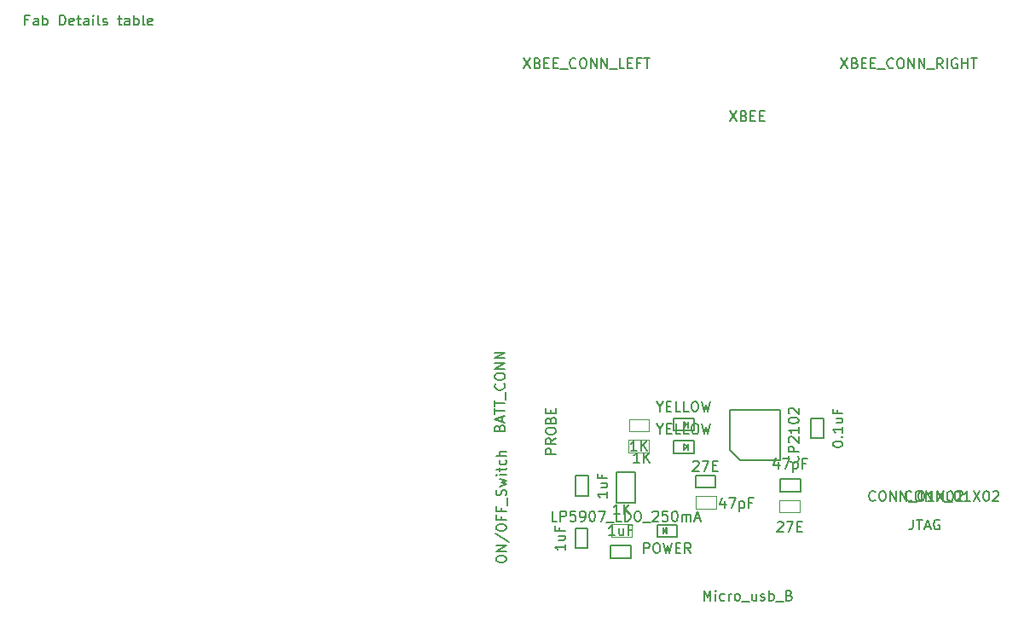
<source format=gbr>
G04 #@! TF.FileFunction,Other,Fab,Top*
%FSLAX46Y46*%
G04 Gerber Fmt 4.6, Leading zero omitted, Abs format (unit mm)*
G04 Created by KiCad (PCBNEW 4.0.4-stable) date 12/30/16 15:58:51*
%MOMM*%
%LPD*%
G01*
G04 APERTURE LIST*
%ADD10C,0.100000*%
%ADD11C,0.150000*%
G04 APERTURE END LIST*
D10*
D11*
X137800000Y-112450000D02*
X136000000Y-112450000D01*
X136000000Y-112450000D02*
X136000000Y-115550000D01*
X137800000Y-115550000D02*
X136000000Y-115550000D01*
X137800000Y-112450000D02*
X137800000Y-115550000D01*
X137400000Y-119775000D02*
X137400000Y-121025000D01*
X135400000Y-119775000D02*
X137400000Y-119775000D01*
X135400000Y-121025000D02*
X135400000Y-119775000D01*
X137400000Y-121025000D02*
X135400000Y-121025000D01*
X131885000Y-118050000D02*
X133135000Y-118050000D01*
X131885000Y-120050000D02*
X131885000Y-118050000D01*
X133135000Y-120050000D02*
X131885000Y-120050000D01*
X133135000Y-118050000D02*
X133135000Y-120050000D01*
X156525000Y-109100000D02*
X155275000Y-109100000D01*
X156525000Y-107100000D02*
X156525000Y-109100000D01*
X155275000Y-107100000D02*
X156525000Y-107100000D01*
X155275000Y-109100000D02*
X155275000Y-107100000D01*
X133155000Y-114830000D02*
X131905000Y-114830000D01*
X133155000Y-112830000D02*
X133155000Y-114830000D01*
X131905000Y-112830000D02*
X133155000Y-112830000D01*
X131905000Y-114830000D02*
X131905000Y-112830000D01*
X143070000Y-110270000D02*
X143070000Y-109670000D01*
X142970000Y-109970000D02*
X142670000Y-110270000D01*
X142670000Y-109670000D02*
X142970000Y-109970000D01*
X142670000Y-110270000D02*
X142670000Y-109670000D01*
X141670000Y-110570000D02*
X143670000Y-110570000D01*
X141670000Y-109370000D02*
X141670000Y-110570000D01*
X143670000Y-109370000D02*
X141670000Y-109370000D01*
X143670000Y-110570000D02*
X143670000Y-109370000D01*
X143050000Y-108060000D02*
X143050000Y-107460000D01*
X142950000Y-107760000D02*
X142650000Y-108060000D01*
X142650000Y-107460000D02*
X142950000Y-107760000D01*
X142650000Y-108060000D02*
X142650000Y-107460000D01*
X141650000Y-108360000D02*
X143650000Y-108360000D01*
X141650000Y-107160000D02*
X141650000Y-108360000D01*
X143650000Y-107160000D02*
X141650000Y-107160000D01*
X143650000Y-108360000D02*
X143650000Y-107160000D01*
X140600000Y-118000000D02*
X140600000Y-118600000D01*
X140700000Y-118300000D02*
X141000000Y-118000000D01*
X141000000Y-118600000D02*
X140700000Y-118300000D01*
X141000000Y-118000000D02*
X141000000Y-118600000D01*
X142000000Y-117700000D02*
X140000000Y-117700000D01*
X142000000Y-118900000D02*
X142000000Y-117700000D01*
X140000000Y-118900000D02*
X142000000Y-118900000D01*
X140000000Y-117700000D02*
X140000000Y-118900000D01*
D10*
X137202329Y-110542869D02*
X137202329Y-109292869D01*
X139202329Y-110542869D02*
X137202329Y-110542869D01*
X139202329Y-109292869D02*
X139202329Y-110542869D01*
X137202329Y-109292869D02*
X139202329Y-109292869D01*
X137212329Y-108432869D02*
X137212329Y-107182869D01*
X139212329Y-108432869D02*
X137212329Y-108432869D01*
X139212329Y-107182869D02*
X139212329Y-108432869D01*
X137212329Y-107182869D02*
X139212329Y-107182869D01*
X137500000Y-117675000D02*
X137500000Y-118925000D01*
X135500000Y-117675000D02*
X137500000Y-117675000D01*
X135500000Y-118925000D02*
X135500000Y-117675000D01*
X137500000Y-118925000D02*
X135500000Y-118925000D01*
D11*
X154230000Y-113145000D02*
X154230000Y-114395000D01*
X152230000Y-113145000D02*
X154230000Y-113145000D01*
X152230000Y-114395000D02*
X152230000Y-113145000D01*
X154230000Y-114395000D02*
X152230000Y-114395000D01*
X143813432Y-114035654D02*
X143813432Y-112785654D01*
X145813432Y-114035654D02*
X143813432Y-114035654D01*
X145813432Y-112785654D02*
X145813432Y-114035654D01*
X143813432Y-112785654D02*
X145813432Y-112785654D01*
D10*
X152180000Y-116475000D02*
X152180000Y-115225000D01*
X154180000Y-116475000D02*
X152180000Y-116475000D01*
X154180000Y-115225000D02*
X154180000Y-116475000D01*
X152180000Y-115225000D02*
X154180000Y-115225000D01*
X145893432Y-114875654D02*
X145893432Y-116125654D01*
X143893432Y-114875654D02*
X145893432Y-114875654D01*
X143893432Y-116125654D02*
X143893432Y-114875654D01*
X145893432Y-116125654D02*
X143893432Y-116125654D01*
D11*
X147240000Y-110310000D02*
X147240000Y-106310000D01*
X147240000Y-106310000D02*
X152240000Y-106310000D01*
X152240000Y-106310000D02*
X152240000Y-111310000D01*
X152240000Y-111310000D02*
X148240000Y-111310000D01*
X148240000Y-111310000D02*
X147240000Y-110310000D01*
X124032381Y-121209524D02*
X124032381Y-121019047D01*
X124080000Y-120923809D01*
X124175238Y-120828571D01*
X124365714Y-120780952D01*
X124699048Y-120780952D01*
X124889524Y-120828571D01*
X124984762Y-120923809D01*
X125032381Y-121019047D01*
X125032381Y-121209524D01*
X124984762Y-121304762D01*
X124889524Y-121400000D01*
X124699048Y-121447619D01*
X124365714Y-121447619D01*
X124175238Y-121400000D01*
X124080000Y-121304762D01*
X124032381Y-121209524D01*
X125032381Y-120352381D02*
X124032381Y-120352381D01*
X125032381Y-119780952D01*
X124032381Y-119780952D01*
X123984762Y-118590476D02*
X125270476Y-119447619D01*
X124032381Y-118066667D02*
X124032381Y-117876190D01*
X124080000Y-117780952D01*
X124175238Y-117685714D01*
X124365714Y-117638095D01*
X124699048Y-117638095D01*
X124889524Y-117685714D01*
X124984762Y-117780952D01*
X125032381Y-117876190D01*
X125032381Y-118066667D01*
X124984762Y-118161905D01*
X124889524Y-118257143D01*
X124699048Y-118304762D01*
X124365714Y-118304762D01*
X124175238Y-118257143D01*
X124080000Y-118161905D01*
X124032381Y-118066667D01*
X124508571Y-116876190D02*
X124508571Y-117209524D01*
X125032381Y-117209524D02*
X124032381Y-117209524D01*
X124032381Y-116733333D01*
X124508571Y-116019047D02*
X124508571Y-116352381D01*
X125032381Y-116352381D02*
X124032381Y-116352381D01*
X124032381Y-115876190D01*
X125127619Y-115733333D02*
X125127619Y-114971428D01*
X124984762Y-114780952D02*
X125032381Y-114638095D01*
X125032381Y-114399999D01*
X124984762Y-114304761D01*
X124937143Y-114257142D01*
X124841905Y-114209523D01*
X124746667Y-114209523D01*
X124651429Y-114257142D01*
X124603810Y-114304761D01*
X124556190Y-114399999D01*
X124508571Y-114590476D01*
X124460952Y-114685714D01*
X124413333Y-114733333D01*
X124318095Y-114780952D01*
X124222857Y-114780952D01*
X124127619Y-114733333D01*
X124080000Y-114685714D01*
X124032381Y-114590476D01*
X124032381Y-114352380D01*
X124080000Y-114209523D01*
X124365714Y-113876190D02*
X125032381Y-113685714D01*
X124556190Y-113495237D01*
X125032381Y-113304761D01*
X124365714Y-113114285D01*
X125032381Y-112733333D02*
X124365714Y-112733333D01*
X124032381Y-112733333D02*
X124080000Y-112780952D01*
X124127619Y-112733333D01*
X124080000Y-112685714D01*
X124032381Y-112733333D01*
X124127619Y-112733333D01*
X124365714Y-112400000D02*
X124365714Y-112019048D01*
X124032381Y-112257143D02*
X124889524Y-112257143D01*
X124984762Y-112209524D01*
X125032381Y-112114286D01*
X125032381Y-112019048D01*
X124984762Y-111257142D02*
X125032381Y-111352380D01*
X125032381Y-111542857D01*
X124984762Y-111638095D01*
X124937143Y-111685714D01*
X124841905Y-111733333D01*
X124556190Y-111733333D01*
X124460952Y-111685714D01*
X124413333Y-111638095D01*
X124365714Y-111542857D01*
X124365714Y-111352380D01*
X124413333Y-111257142D01*
X125032381Y-110828571D02*
X124032381Y-110828571D01*
X125032381Y-110399999D02*
X124508571Y-110399999D01*
X124413333Y-110447618D01*
X124365714Y-110542856D01*
X124365714Y-110685714D01*
X124413333Y-110780952D01*
X124460952Y-110828571D01*
X130090476Y-117352381D02*
X129614285Y-117352381D01*
X129614285Y-116352381D01*
X130423809Y-117352381D02*
X130423809Y-116352381D01*
X130804762Y-116352381D01*
X130900000Y-116400000D01*
X130947619Y-116447619D01*
X130995238Y-116542857D01*
X130995238Y-116685714D01*
X130947619Y-116780952D01*
X130900000Y-116828571D01*
X130804762Y-116876190D01*
X130423809Y-116876190D01*
X131900000Y-116352381D02*
X131423809Y-116352381D01*
X131376190Y-116828571D01*
X131423809Y-116780952D01*
X131519047Y-116733333D01*
X131757143Y-116733333D01*
X131852381Y-116780952D01*
X131900000Y-116828571D01*
X131947619Y-116923810D01*
X131947619Y-117161905D01*
X131900000Y-117257143D01*
X131852381Y-117304762D01*
X131757143Y-117352381D01*
X131519047Y-117352381D01*
X131423809Y-117304762D01*
X131376190Y-117257143D01*
X132423809Y-117352381D02*
X132614285Y-117352381D01*
X132709524Y-117304762D01*
X132757143Y-117257143D01*
X132852381Y-117114286D01*
X132900000Y-116923810D01*
X132900000Y-116542857D01*
X132852381Y-116447619D01*
X132804762Y-116400000D01*
X132709524Y-116352381D01*
X132519047Y-116352381D01*
X132423809Y-116400000D01*
X132376190Y-116447619D01*
X132328571Y-116542857D01*
X132328571Y-116780952D01*
X132376190Y-116876190D01*
X132423809Y-116923810D01*
X132519047Y-116971429D01*
X132709524Y-116971429D01*
X132804762Y-116923810D01*
X132852381Y-116876190D01*
X132900000Y-116780952D01*
X133519047Y-116352381D02*
X133614286Y-116352381D01*
X133709524Y-116400000D01*
X133757143Y-116447619D01*
X133804762Y-116542857D01*
X133852381Y-116733333D01*
X133852381Y-116971429D01*
X133804762Y-117161905D01*
X133757143Y-117257143D01*
X133709524Y-117304762D01*
X133614286Y-117352381D01*
X133519047Y-117352381D01*
X133423809Y-117304762D01*
X133376190Y-117257143D01*
X133328571Y-117161905D01*
X133280952Y-116971429D01*
X133280952Y-116733333D01*
X133328571Y-116542857D01*
X133376190Y-116447619D01*
X133423809Y-116400000D01*
X133519047Y-116352381D01*
X134185714Y-116352381D02*
X134852381Y-116352381D01*
X134423809Y-117352381D01*
X134995238Y-117447619D02*
X135757143Y-117447619D01*
X136471429Y-117352381D02*
X135995238Y-117352381D01*
X135995238Y-116352381D01*
X136804762Y-117352381D02*
X136804762Y-116352381D01*
X137042857Y-116352381D01*
X137185715Y-116400000D01*
X137280953Y-116495238D01*
X137328572Y-116590476D01*
X137376191Y-116780952D01*
X137376191Y-116923810D01*
X137328572Y-117114286D01*
X137280953Y-117209524D01*
X137185715Y-117304762D01*
X137042857Y-117352381D01*
X136804762Y-117352381D01*
X137995238Y-116352381D02*
X138185715Y-116352381D01*
X138280953Y-116400000D01*
X138376191Y-116495238D01*
X138423810Y-116685714D01*
X138423810Y-117019048D01*
X138376191Y-117209524D01*
X138280953Y-117304762D01*
X138185715Y-117352381D01*
X137995238Y-117352381D01*
X137900000Y-117304762D01*
X137804762Y-117209524D01*
X137757143Y-117019048D01*
X137757143Y-116685714D01*
X137804762Y-116495238D01*
X137900000Y-116400000D01*
X137995238Y-116352381D01*
X138614286Y-117447619D02*
X139376191Y-117447619D01*
X139566667Y-116447619D02*
X139614286Y-116400000D01*
X139709524Y-116352381D01*
X139947620Y-116352381D01*
X140042858Y-116400000D01*
X140090477Y-116447619D01*
X140138096Y-116542857D01*
X140138096Y-116638095D01*
X140090477Y-116780952D01*
X139519048Y-117352381D01*
X140138096Y-117352381D01*
X141042858Y-116352381D02*
X140566667Y-116352381D01*
X140519048Y-116828571D01*
X140566667Y-116780952D01*
X140661905Y-116733333D01*
X140900001Y-116733333D01*
X140995239Y-116780952D01*
X141042858Y-116828571D01*
X141090477Y-116923810D01*
X141090477Y-117161905D01*
X141042858Y-117257143D01*
X140995239Y-117304762D01*
X140900001Y-117352381D01*
X140661905Y-117352381D01*
X140566667Y-117304762D01*
X140519048Y-117257143D01*
X141709524Y-116352381D02*
X141804763Y-116352381D01*
X141900001Y-116400000D01*
X141947620Y-116447619D01*
X141995239Y-116542857D01*
X142042858Y-116733333D01*
X142042858Y-116971429D01*
X141995239Y-117161905D01*
X141947620Y-117257143D01*
X141900001Y-117304762D01*
X141804763Y-117352381D01*
X141709524Y-117352381D01*
X141614286Y-117304762D01*
X141566667Y-117257143D01*
X141519048Y-117161905D01*
X141471429Y-116971429D01*
X141471429Y-116733333D01*
X141519048Y-116542857D01*
X141566667Y-116447619D01*
X141614286Y-116400000D01*
X141709524Y-116352381D01*
X142471429Y-117352381D02*
X142471429Y-116685714D01*
X142471429Y-116780952D02*
X142519048Y-116733333D01*
X142614286Y-116685714D01*
X142757144Y-116685714D01*
X142852382Y-116733333D01*
X142900001Y-116828571D01*
X142900001Y-117352381D01*
X142900001Y-116828571D02*
X142947620Y-116733333D01*
X143042858Y-116685714D01*
X143185715Y-116685714D01*
X143280953Y-116733333D01*
X143328572Y-116828571D01*
X143328572Y-117352381D01*
X143757143Y-117066667D02*
X144233334Y-117066667D01*
X143661905Y-117352381D02*
X143995238Y-116352381D01*
X144328572Y-117352381D01*
X135804762Y-118752381D02*
X135233333Y-118752381D01*
X135519047Y-118752381D02*
X135519047Y-117752381D01*
X135423809Y-117895238D01*
X135328571Y-117990476D01*
X135233333Y-118038095D01*
X136661905Y-118085714D02*
X136661905Y-118752381D01*
X136233333Y-118085714D02*
X136233333Y-118609524D01*
X136280952Y-118704762D01*
X136376190Y-118752381D01*
X136519048Y-118752381D01*
X136614286Y-118704762D01*
X136661905Y-118657143D01*
X137471429Y-118228571D02*
X137138095Y-118228571D01*
X137138095Y-118752381D02*
X137138095Y-117752381D01*
X137614286Y-117752381D01*
X147261905Y-76612381D02*
X147928572Y-77612381D01*
X147928572Y-76612381D02*
X147261905Y-77612381D01*
X148642858Y-77088571D02*
X148785715Y-77136190D01*
X148833334Y-77183810D01*
X148880953Y-77279048D01*
X148880953Y-77421905D01*
X148833334Y-77517143D01*
X148785715Y-77564762D01*
X148690477Y-77612381D01*
X148309524Y-77612381D01*
X148309524Y-76612381D01*
X148642858Y-76612381D01*
X148738096Y-76660000D01*
X148785715Y-76707619D01*
X148833334Y-76802857D01*
X148833334Y-76898095D01*
X148785715Y-76993333D01*
X148738096Y-77040952D01*
X148642858Y-77088571D01*
X148309524Y-77088571D01*
X149309524Y-77088571D02*
X149642858Y-77088571D01*
X149785715Y-77612381D02*
X149309524Y-77612381D01*
X149309524Y-76612381D01*
X149785715Y-76612381D01*
X150214286Y-77088571D02*
X150547620Y-77088571D01*
X150690477Y-77612381D02*
X150214286Y-77612381D01*
X150214286Y-76612381D01*
X150690477Y-76612381D01*
X130862381Y-119645238D02*
X130862381Y-120216667D01*
X130862381Y-119930953D02*
X129862381Y-119930953D01*
X130005238Y-120026191D01*
X130100476Y-120121429D01*
X130148095Y-120216667D01*
X130195714Y-118788095D02*
X130862381Y-118788095D01*
X130195714Y-119216667D02*
X130719524Y-119216667D01*
X130814762Y-119169048D01*
X130862381Y-119073810D01*
X130862381Y-118930952D01*
X130814762Y-118835714D01*
X130767143Y-118788095D01*
X130338571Y-117978571D02*
X130338571Y-118311905D01*
X130862381Y-118311905D02*
X129862381Y-118311905D01*
X129862381Y-117835714D01*
X144666666Y-125234921D02*
X144666666Y-124234921D01*
X145000000Y-124949207D01*
X145333333Y-124234921D01*
X145333333Y-125234921D01*
X145809523Y-125234921D02*
X145809523Y-124568254D01*
X145809523Y-124234921D02*
X145761904Y-124282540D01*
X145809523Y-124330159D01*
X145857142Y-124282540D01*
X145809523Y-124234921D01*
X145809523Y-124330159D01*
X146714285Y-125187302D02*
X146619047Y-125234921D01*
X146428570Y-125234921D01*
X146333332Y-125187302D01*
X146285713Y-125139683D01*
X146238094Y-125044445D01*
X146238094Y-124758730D01*
X146285713Y-124663492D01*
X146333332Y-124615873D01*
X146428570Y-124568254D01*
X146619047Y-124568254D01*
X146714285Y-124615873D01*
X147142856Y-125234921D02*
X147142856Y-124568254D01*
X147142856Y-124758730D02*
X147190475Y-124663492D01*
X147238094Y-124615873D01*
X147333332Y-124568254D01*
X147428571Y-124568254D01*
X147904761Y-125234921D02*
X147809523Y-125187302D01*
X147761904Y-125139683D01*
X147714285Y-125044445D01*
X147714285Y-124758730D01*
X147761904Y-124663492D01*
X147809523Y-124615873D01*
X147904761Y-124568254D01*
X148047619Y-124568254D01*
X148142857Y-124615873D01*
X148190476Y-124663492D01*
X148238095Y-124758730D01*
X148238095Y-125044445D01*
X148190476Y-125139683D01*
X148142857Y-125187302D01*
X148047619Y-125234921D01*
X147904761Y-125234921D01*
X148428571Y-125330159D02*
X149190476Y-125330159D01*
X149857143Y-124568254D02*
X149857143Y-125234921D01*
X149428571Y-124568254D02*
X149428571Y-125092064D01*
X149476190Y-125187302D01*
X149571428Y-125234921D01*
X149714286Y-125234921D01*
X149809524Y-125187302D01*
X149857143Y-125139683D01*
X150285714Y-125187302D02*
X150380952Y-125234921D01*
X150571428Y-125234921D01*
X150666667Y-125187302D01*
X150714286Y-125092064D01*
X150714286Y-125044445D01*
X150666667Y-124949207D01*
X150571428Y-124901588D01*
X150428571Y-124901588D01*
X150333333Y-124853969D01*
X150285714Y-124758730D01*
X150285714Y-124711111D01*
X150333333Y-124615873D01*
X150428571Y-124568254D01*
X150571428Y-124568254D01*
X150666667Y-124615873D01*
X151142857Y-125234921D02*
X151142857Y-124234921D01*
X151142857Y-124615873D02*
X151238095Y-124568254D01*
X151428572Y-124568254D01*
X151523810Y-124615873D01*
X151571429Y-124663492D01*
X151619048Y-124758730D01*
X151619048Y-125044445D01*
X151571429Y-125139683D01*
X151523810Y-125187302D01*
X151428572Y-125234921D01*
X151238095Y-125234921D01*
X151142857Y-125187302D01*
X151809524Y-125330159D02*
X152571429Y-125330159D01*
X153142858Y-124711111D02*
X153285715Y-124758730D01*
X153333334Y-124806350D01*
X153380953Y-124901588D01*
X153380953Y-125044445D01*
X153333334Y-125139683D01*
X153285715Y-125187302D01*
X153190477Y-125234921D01*
X152809524Y-125234921D01*
X152809524Y-124234921D01*
X153142858Y-124234921D01*
X153238096Y-124282540D01*
X153285715Y-124330159D01*
X153333334Y-124425397D01*
X153333334Y-124520635D01*
X153285715Y-124615873D01*
X153238096Y-124663492D01*
X153142858Y-124711111D01*
X152809524Y-124711111D01*
X157452381Y-109742857D02*
X157452381Y-109647618D01*
X157500000Y-109552380D01*
X157547619Y-109504761D01*
X157642857Y-109457142D01*
X157833333Y-109409523D01*
X158071429Y-109409523D01*
X158261905Y-109457142D01*
X158357143Y-109504761D01*
X158404762Y-109552380D01*
X158452381Y-109647618D01*
X158452381Y-109742857D01*
X158404762Y-109838095D01*
X158357143Y-109885714D01*
X158261905Y-109933333D01*
X158071429Y-109980952D01*
X157833333Y-109980952D01*
X157642857Y-109933333D01*
X157547619Y-109885714D01*
X157500000Y-109838095D01*
X157452381Y-109742857D01*
X158357143Y-108980952D02*
X158404762Y-108933333D01*
X158452381Y-108980952D01*
X158404762Y-109028571D01*
X158357143Y-108980952D01*
X158452381Y-108980952D01*
X158452381Y-107980952D02*
X158452381Y-108552381D01*
X158452381Y-108266667D02*
X157452381Y-108266667D01*
X157595238Y-108361905D01*
X157690476Y-108457143D01*
X157738095Y-108552381D01*
X157785714Y-107123809D02*
X158452381Y-107123809D01*
X157785714Y-107552381D02*
X158309524Y-107552381D01*
X158404762Y-107504762D01*
X158452381Y-107409524D01*
X158452381Y-107266666D01*
X158404762Y-107171428D01*
X158357143Y-107123809D01*
X157928571Y-106314285D02*
X157928571Y-106647619D01*
X158452381Y-106647619D02*
X157452381Y-106647619D01*
X157452381Y-106171428D01*
X135082381Y-114425238D02*
X135082381Y-114996667D01*
X135082381Y-114710953D02*
X134082381Y-114710953D01*
X134225238Y-114806191D01*
X134320476Y-114901429D01*
X134368095Y-114996667D01*
X134415714Y-113568095D02*
X135082381Y-113568095D01*
X134415714Y-113996667D02*
X134939524Y-113996667D01*
X135034762Y-113949048D01*
X135082381Y-113853810D01*
X135082381Y-113710952D01*
X135034762Y-113615714D01*
X134987143Y-113568095D01*
X134558571Y-112758571D02*
X134558571Y-113091905D01*
X135082381Y-113091905D02*
X134082381Y-113091905D01*
X134082381Y-112615714D01*
X140312857Y-108196190D02*
X140312857Y-108672381D01*
X139979524Y-107672381D02*
X140312857Y-108196190D01*
X140646191Y-107672381D01*
X140979524Y-108148571D02*
X141312858Y-108148571D01*
X141455715Y-108672381D02*
X140979524Y-108672381D01*
X140979524Y-107672381D01*
X141455715Y-107672381D01*
X142360477Y-108672381D02*
X141884286Y-108672381D01*
X141884286Y-107672381D01*
X143170001Y-108672381D02*
X142693810Y-108672381D01*
X142693810Y-107672381D01*
X143693810Y-107672381D02*
X143884287Y-107672381D01*
X143979525Y-107720000D01*
X144074763Y-107815238D01*
X144122382Y-108005714D01*
X144122382Y-108339048D01*
X144074763Y-108529524D01*
X143979525Y-108624762D01*
X143884287Y-108672381D01*
X143693810Y-108672381D01*
X143598572Y-108624762D01*
X143503334Y-108529524D01*
X143455715Y-108339048D01*
X143455715Y-108005714D01*
X143503334Y-107815238D01*
X143598572Y-107720000D01*
X143693810Y-107672381D01*
X144455715Y-107672381D02*
X144693810Y-108672381D01*
X144884287Y-107958095D01*
X145074763Y-108672381D01*
X145312858Y-107672381D01*
X140292857Y-105986190D02*
X140292857Y-106462381D01*
X139959524Y-105462381D02*
X140292857Y-105986190D01*
X140626191Y-105462381D01*
X140959524Y-105938571D02*
X141292858Y-105938571D01*
X141435715Y-106462381D02*
X140959524Y-106462381D01*
X140959524Y-105462381D01*
X141435715Y-105462381D01*
X142340477Y-106462381D02*
X141864286Y-106462381D01*
X141864286Y-105462381D01*
X143150001Y-106462381D02*
X142673810Y-106462381D01*
X142673810Y-105462381D01*
X143673810Y-105462381D02*
X143864287Y-105462381D01*
X143959525Y-105510000D01*
X144054763Y-105605238D01*
X144102382Y-105795714D01*
X144102382Y-106129048D01*
X144054763Y-106319524D01*
X143959525Y-106414762D01*
X143864287Y-106462381D01*
X143673810Y-106462381D01*
X143578572Y-106414762D01*
X143483334Y-106319524D01*
X143435715Y-106129048D01*
X143435715Y-105795714D01*
X143483334Y-105605238D01*
X143578572Y-105510000D01*
X143673810Y-105462381D01*
X144435715Y-105462381D02*
X144673810Y-106462381D01*
X144864287Y-105748095D01*
X145054763Y-106462381D01*
X145292858Y-105462381D01*
X138690476Y-120502381D02*
X138690476Y-119502381D01*
X139071429Y-119502381D01*
X139166667Y-119550000D01*
X139214286Y-119597619D01*
X139261905Y-119692857D01*
X139261905Y-119835714D01*
X139214286Y-119930952D01*
X139166667Y-119978571D01*
X139071429Y-120026190D01*
X138690476Y-120026190D01*
X139880952Y-119502381D02*
X140071429Y-119502381D01*
X140166667Y-119550000D01*
X140261905Y-119645238D01*
X140309524Y-119835714D01*
X140309524Y-120169048D01*
X140261905Y-120359524D01*
X140166667Y-120454762D01*
X140071429Y-120502381D01*
X139880952Y-120502381D01*
X139785714Y-120454762D01*
X139690476Y-120359524D01*
X139642857Y-120169048D01*
X139642857Y-119835714D01*
X139690476Y-119645238D01*
X139785714Y-119550000D01*
X139880952Y-119502381D01*
X140642857Y-119502381D02*
X140880952Y-120502381D01*
X141071429Y-119788095D01*
X141261905Y-120502381D01*
X141500000Y-119502381D01*
X141880952Y-119978571D02*
X142214286Y-119978571D01*
X142357143Y-120502381D02*
X141880952Y-120502381D01*
X141880952Y-119502381D01*
X142357143Y-119502381D01*
X143357143Y-120502381D02*
X143023809Y-120026190D01*
X142785714Y-120502381D02*
X142785714Y-119502381D01*
X143166667Y-119502381D01*
X143261905Y-119550000D01*
X143309524Y-119597619D01*
X143357143Y-119692857D01*
X143357143Y-119835714D01*
X143309524Y-119930952D01*
X143261905Y-119978571D01*
X143166667Y-120026190D01*
X142785714Y-120026190D01*
X124378571Y-108071428D02*
X124426190Y-107928571D01*
X124473810Y-107880952D01*
X124569048Y-107833333D01*
X124711905Y-107833333D01*
X124807143Y-107880952D01*
X124854762Y-107928571D01*
X124902381Y-108023809D01*
X124902381Y-108404762D01*
X123902381Y-108404762D01*
X123902381Y-108071428D01*
X123950000Y-107976190D01*
X123997619Y-107928571D01*
X124092857Y-107880952D01*
X124188095Y-107880952D01*
X124283333Y-107928571D01*
X124330952Y-107976190D01*
X124378571Y-108071428D01*
X124378571Y-108404762D01*
X124616667Y-107452381D02*
X124616667Y-106976190D01*
X124902381Y-107547619D02*
X123902381Y-107214286D01*
X124902381Y-106880952D01*
X123902381Y-106690476D02*
X123902381Y-106119047D01*
X124902381Y-106404762D02*
X123902381Y-106404762D01*
X123902381Y-105928571D02*
X123902381Y-105357142D01*
X124902381Y-105642857D02*
X123902381Y-105642857D01*
X124997619Y-105261904D02*
X124997619Y-104499999D01*
X124807143Y-103690475D02*
X124854762Y-103738094D01*
X124902381Y-103880951D01*
X124902381Y-103976189D01*
X124854762Y-104119047D01*
X124759524Y-104214285D01*
X124664286Y-104261904D01*
X124473810Y-104309523D01*
X124330952Y-104309523D01*
X124140476Y-104261904D01*
X124045238Y-104214285D01*
X123950000Y-104119047D01*
X123902381Y-103976189D01*
X123902381Y-103880951D01*
X123950000Y-103738094D01*
X123997619Y-103690475D01*
X123902381Y-103071428D02*
X123902381Y-102880951D01*
X123950000Y-102785713D01*
X124045238Y-102690475D01*
X124235714Y-102642856D01*
X124569048Y-102642856D01*
X124759524Y-102690475D01*
X124854762Y-102785713D01*
X124902381Y-102880951D01*
X124902381Y-103071428D01*
X124854762Y-103166666D01*
X124759524Y-103261904D01*
X124569048Y-103309523D01*
X124235714Y-103309523D01*
X124045238Y-103261904D01*
X123950000Y-103166666D01*
X123902381Y-103071428D01*
X124902381Y-102214285D02*
X123902381Y-102214285D01*
X124902381Y-101642856D01*
X123902381Y-101642856D01*
X124902381Y-101166666D02*
X123902381Y-101166666D01*
X124902381Y-100595237D01*
X123902381Y-100595237D01*
X126761904Y-71352381D02*
X127428571Y-72352381D01*
X127428571Y-71352381D02*
X126761904Y-72352381D01*
X128142857Y-71828571D02*
X128285714Y-71876190D01*
X128333333Y-71923810D01*
X128380952Y-72019048D01*
X128380952Y-72161905D01*
X128333333Y-72257143D01*
X128285714Y-72304762D01*
X128190476Y-72352381D01*
X127809523Y-72352381D01*
X127809523Y-71352381D01*
X128142857Y-71352381D01*
X128238095Y-71400000D01*
X128285714Y-71447619D01*
X128333333Y-71542857D01*
X128333333Y-71638095D01*
X128285714Y-71733333D01*
X128238095Y-71780952D01*
X128142857Y-71828571D01*
X127809523Y-71828571D01*
X128809523Y-71828571D02*
X129142857Y-71828571D01*
X129285714Y-72352381D02*
X128809523Y-72352381D01*
X128809523Y-71352381D01*
X129285714Y-71352381D01*
X129714285Y-71828571D02*
X130047619Y-71828571D01*
X130190476Y-72352381D02*
X129714285Y-72352381D01*
X129714285Y-71352381D01*
X130190476Y-71352381D01*
X130380952Y-72447619D02*
X131142857Y-72447619D01*
X131952381Y-72257143D02*
X131904762Y-72304762D01*
X131761905Y-72352381D01*
X131666667Y-72352381D01*
X131523809Y-72304762D01*
X131428571Y-72209524D01*
X131380952Y-72114286D01*
X131333333Y-71923810D01*
X131333333Y-71780952D01*
X131380952Y-71590476D01*
X131428571Y-71495238D01*
X131523809Y-71400000D01*
X131666667Y-71352381D01*
X131761905Y-71352381D01*
X131904762Y-71400000D01*
X131952381Y-71447619D01*
X132571428Y-71352381D02*
X132761905Y-71352381D01*
X132857143Y-71400000D01*
X132952381Y-71495238D01*
X133000000Y-71685714D01*
X133000000Y-72019048D01*
X132952381Y-72209524D01*
X132857143Y-72304762D01*
X132761905Y-72352381D01*
X132571428Y-72352381D01*
X132476190Y-72304762D01*
X132380952Y-72209524D01*
X132333333Y-72019048D01*
X132333333Y-71685714D01*
X132380952Y-71495238D01*
X132476190Y-71400000D01*
X132571428Y-71352381D01*
X133428571Y-72352381D02*
X133428571Y-71352381D01*
X134000000Y-72352381D01*
X134000000Y-71352381D01*
X134476190Y-72352381D02*
X134476190Y-71352381D01*
X135047619Y-72352381D01*
X135047619Y-71352381D01*
X135285714Y-72447619D02*
X136047619Y-72447619D01*
X136761905Y-72352381D02*
X136285714Y-72352381D01*
X136285714Y-71352381D01*
X137095238Y-71828571D02*
X137428572Y-71828571D01*
X137571429Y-72352381D02*
X137095238Y-72352381D01*
X137095238Y-71352381D01*
X137571429Y-71352381D01*
X138333334Y-71828571D02*
X138000000Y-71828571D01*
X138000000Y-72352381D02*
X138000000Y-71352381D01*
X138476191Y-71352381D01*
X138714286Y-71352381D02*
X139285715Y-71352381D01*
X139000000Y-72352381D02*
X139000000Y-71352381D01*
X165276191Y-115257143D02*
X165228572Y-115304762D01*
X165085715Y-115352381D01*
X164990477Y-115352381D01*
X164847619Y-115304762D01*
X164752381Y-115209524D01*
X164704762Y-115114286D01*
X164657143Y-114923810D01*
X164657143Y-114780952D01*
X164704762Y-114590476D01*
X164752381Y-114495238D01*
X164847619Y-114400000D01*
X164990477Y-114352381D01*
X165085715Y-114352381D01*
X165228572Y-114400000D01*
X165276191Y-114447619D01*
X165895238Y-114352381D02*
X166085715Y-114352381D01*
X166180953Y-114400000D01*
X166276191Y-114495238D01*
X166323810Y-114685714D01*
X166323810Y-115019048D01*
X166276191Y-115209524D01*
X166180953Y-115304762D01*
X166085715Y-115352381D01*
X165895238Y-115352381D01*
X165800000Y-115304762D01*
X165704762Y-115209524D01*
X165657143Y-115019048D01*
X165657143Y-114685714D01*
X165704762Y-114495238D01*
X165800000Y-114400000D01*
X165895238Y-114352381D01*
X166752381Y-115352381D02*
X166752381Y-114352381D01*
X167323810Y-115352381D01*
X167323810Y-114352381D01*
X167800000Y-115352381D02*
X167800000Y-114352381D01*
X168371429Y-115352381D01*
X168371429Y-114352381D01*
X168609524Y-115447619D02*
X169371429Y-115447619D01*
X169800000Y-114352381D02*
X169895239Y-114352381D01*
X169990477Y-114400000D01*
X170038096Y-114447619D01*
X170085715Y-114542857D01*
X170133334Y-114733333D01*
X170133334Y-114971429D01*
X170085715Y-115161905D01*
X170038096Y-115257143D01*
X169990477Y-115304762D01*
X169895239Y-115352381D01*
X169800000Y-115352381D01*
X169704762Y-115304762D01*
X169657143Y-115257143D01*
X169609524Y-115161905D01*
X169561905Y-114971429D01*
X169561905Y-114733333D01*
X169609524Y-114542857D01*
X169657143Y-114447619D01*
X169704762Y-114400000D01*
X169800000Y-114352381D01*
X171085715Y-115352381D02*
X170514286Y-115352381D01*
X170800000Y-115352381D02*
X170800000Y-114352381D01*
X170704762Y-114495238D01*
X170609524Y-114590476D01*
X170514286Y-114638095D01*
X171419048Y-114352381D02*
X172085715Y-115352381D01*
X172085715Y-114352381D02*
X171419048Y-115352381D01*
X172657143Y-114352381D02*
X172752382Y-114352381D01*
X172847620Y-114400000D01*
X172895239Y-114447619D01*
X172942858Y-114542857D01*
X172990477Y-114733333D01*
X172990477Y-114971429D01*
X172942858Y-115161905D01*
X172895239Y-115257143D01*
X172847620Y-115304762D01*
X172752382Y-115352381D01*
X172657143Y-115352381D01*
X172561905Y-115304762D01*
X172514286Y-115257143D01*
X172466667Y-115161905D01*
X172419048Y-114971429D01*
X172419048Y-114733333D01*
X172466667Y-114542857D01*
X172514286Y-114447619D01*
X172561905Y-114400000D01*
X172657143Y-114352381D01*
X173371429Y-114447619D02*
X173419048Y-114400000D01*
X173514286Y-114352381D01*
X173752382Y-114352381D01*
X173847620Y-114400000D01*
X173895239Y-114447619D01*
X173942858Y-114542857D01*
X173942858Y-114638095D01*
X173895239Y-114780952D01*
X173323810Y-115352381D01*
X173942858Y-115352381D01*
X161676191Y-115257143D02*
X161628572Y-115304762D01*
X161485715Y-115352381D01*
X161390477Y-115352381D01*
X161247619Y-115304762D01*
X161152381Y-115209524D01*
X161104762Y-115114286D01*
X161057143Y-114923810D01*
X161057143Y-114780952D01*
X161104762Y-114590476D01*
X161152381Y-114495238D01*
X161247619Y-114400000D01*
X161390477Y-114352381D01*
X161485715Y-114352381D01*
X161628572Y-114400000D01*
X161676191Y-114447619D01*
X162295238Y-114352381D02*
X162485715Y-114352381D01*
X162580953Y-114400000D01*
X162676191Y-114495238D01*
X162723810Y-114685714D01*
X162723810Y-115019048D01*
X162676191Y-115209524D01*
X162580953Y-115304762D01*
X162485715Y-115352381D01*
X162295238Y-115352381D01*
X162200000Y-115304762D01*
X162104762Y-115209524D01*
X162057143Y-115019048D01*
X162057143Y-114685714D01*
X162104762Y-114495238D01*
X162200000Y-114400000D01*
X162295238Y-114352381D01*
X163152381Y-115352381D02*
X163152381Y-114352381D01*
X163723810Y-115352381D01*
X163723810Y-114352381D01*
X164200000Y-115352381D02*
X164200000Y-114352381D01*
X164771429Y-115352381D01*
X164771429Y-114352381D01*
X165009524Y-115447619D02*
X165771429Y-115447619D01*
X166200000Y-114352381D02*
X166295239Y-114352381D01*
X166390477Y-114400000D01*
X166438096Y-114447619D01*
X166485715Y-114542857D01*
X166533334Y-114733333D01*
X166533334Y-114971429D01*
X166485715Y-115161905D01*
X166438096Y-115257143D01*
X166390477Y-115304762D01*
X166295239Y-115352381D01*
X166200000Y-115352381D01*
X166104762Y-115304762D01*
X166057143Y-115257143D01*
X166009524Y-115161905D01*
X165961905Y-114971429D01*
X165961905Y-114733333D01*
X166009524Y-114542857D01*
X166057143Y-114447619D01*
X166104762Y-114400000D01*
X166200000Y-114352381D01*
X167485715Y-115352381D02*
X166914286Y-115352381D01*
X167200000Y-115352381D02*
X167200000Y-114352381D01*
X167104762Y-114495238D01*
X167009524Y-114590476D01*
X166914286Y-114638095D01*
X167819048Y-114352381D02*
X168485715Y-115352381D01*
X168485715Y-114352381D02*
X167819048Y-115352381D01*
X169057143Y-114352381D02*
X169152382Y-114352381D01*
X169247620Y-114400000D01*
X169295239Y-114447619D01*
X169342858Y-114542857D01*
X169390477Y-114733333D01*
X169390477Y-114971429D01*
X169342858Y-115161905D01*
X169295239Y-115257143D01*
X169247620Y-115304762D01*
X169152382Y-115352381D01*
X169057143Y-115352381D01*
X168961905Y-115304762D01*
X168914286Y-115257143D01*
X168866667Y-115161905D01*
X168819048Y-114971429D01*
X168819048Y-114733333D01*
X168866667Y-114542857D01*
X168914286Y-114447619D01*
X168961905Y-114400000D01*
X169057143Y-114352381D01*
X169771429Y-114447619D02*
X169819048Y-114400000D01*
X169914286Y-114352381D01*
X170152382Y-114352381D01*
X170247620Y-114400000D01*
X170295239Y-114447619D01*
X170342858Y-114542857D01*
X170342858Y-114638095D01*
X170295239Y-114780952D01*
X169723810Y-115352381D01*
X170342858Y-115352381D01*
X165438334Y-117187381D02*
X165438334Y-117901667D01*
X165390714Y-118044524D01*
X165295476Y-118139762D01*
X165152619Y-118187381D01*
X165057381Y-118187381D01*
X165771667Y-117187381D02*
X166343096Y-117187381D01*
X166057381Y-118187381D02*
X166057381Y-117187381D01*
X166628810Y-117901667D02*
X167105001Y-117901667D01*
X166533572Y-118187381D02*
X166866905Y-117187381D01*
X167200239Y-118187381D01*
X168057382Y-117235000D02*
X167962144Y-117187381D01*
X167819287Y-117187381D01*
X167676429Y-117235000D01*
X167581191Y-117330238D01*
X167533572Y-117425476D01*
X167485953Y-117615952D01*
X167485953Y-117758810D01*
X167533572Y-117949286D01*
X167581191Y-118044524D01*
X167676429Y-118139762D01*
X167819287Y-118187381D01*
X167914525Y-118187381D01*
X168057382Y-118139762D01*
X168105001Y-118092143D01*
X168105001Y-117758810D01*
X167914525Y-117758810D01*
X158285714Y-71352381D02*
X158952381Y-72352381D01*
X158952381Y-71352381D02*
X158285714Y-72352381D01*
X159666667Y-71828571D02*
X159809524Y-71876190D01*
X159857143Y-71923810D01*
X159904762Y-72019048D01*
X159904762Y-72161905D01*
X159857143Y-72257143D01*
X159809524Y-72304762D01*
X159714286Y-72352381D01*
X159333333Y-72352381D01*
X159333333Y-71352381D01*
X159666667Y-71352381D01*
X159761905Y-71400000D01*
X159809524Y-71447619D01*
X159857143Y-71542857D01*
X159857143Y-71638095D01*
X159809524Y-71733333D01*
X159761905Y-71780952D01*
X159666667Y-71828571D01*
X159333333Y-71828571D01*
X160333333Y-71828571D02*
X160666667Y-71828571D01*
X160809524Y-72352381D02*
X160333333Y-72352381D01*
X160333333Y-71352381D01*
X160809524Y-71352381D01*
X161238095Y-71828571D02*
X161571429Y-71828571D01*
X161714286Y-72352381D02*
X161238095Y-72352381D01*
X161238095Y-71352381D01*
X161714286Y-71352381D01*
X161904762Y-72447619D02*
X162666667Y-72447619D01*
X163476191Y-72257143D02*
X163428572Y-72304762D01*
X163285715Y-72352381D01*
X163190477Y-72352381D01*
X163047619Y-72304762D01*
X162952381Y-72209524D01*
X162904762Y-72114286D01*
X162857143Y-71923810D01*
X162857143Y-71780952D01*
X162904762Y-71590476D01*
X162952381Y-71495238D01*
X163047619Y-71400000D01*
X163190477Y-71352381D01*
X163285715Y-71352381D01*
X163428572Y-71400000D01*
X163476191Y-71447619D01*
X164095238Y-71352381D02*
X164285715Y-71352381D01*
X164380953Y-71400000D01*
X164476191Y-71495238D01*
X164523810Y-71685714D01*
X164523810Y-72019048D01*
X164476191Y-72209524D01*
X164380953Y-72304762D01*
X164285715Y-72352381D01*
X164095238Y-72352381D01*
X164000000Y-72304762D01*
X163904762Y-72209524D01*
X163857143Y-72019048D01*
X163857143Y-71685714D01*
X163904762Y-71495238D01*
X164000000Y-71400000D01*
X164095238Y-71352381D01*
X164952381Y-72352381D02*
X164952381Y-71352381D01*
X165523810Y-72352381D01*
X165523810Y-71352381D01*
X166000000Y-72352381D02*
X166000000Y-71352381D01*
X166571429Y-72352381D01*
X166571429Y-71352381D01*
X166809524Y-72447619D02*
X167571429Y-72447619D01*
X168380953Y-72352381D02*
X168047619Y-71876190D01*
X167809524Y-72352381D02*
X167809524Y-71352381D01*
X168190477Y-71352381D01*
X168285715Y-71400000D01*
X168333334Y-71447619D01*
X168380953Y-71542857D01*
X168380953Y-71685714D01*
X168333334Y-71780952D01*
X168285715Y-71828571D01*
X168190477Y-71876190D01*
X167809524Y-71876190D01*
X168809524Y-72352381D02*
X168809524Y-71352381D01*
X169809524Y-71400000D02*
X169714286Y-71352381D01*
X169571429Y-71352381D01*
X169428571Y-71400000D01*
X169333333Y-71495238D01*
X169285714Y-71590476D01*
X169238095Y-71780952D01*
X169238095Y-71923810D01*
X169285714Y-72114286D01*
X169333333Y-72209524D01*
X169428571Y-72304762D01*
X169571429Y-72352381D01*
X169666667Y-72352381D01*
X169809524Y-72304762D01*
X169857143Y-72257143D01*
X169857143Y-71923810D01*
X169666667Y-71923810D01*
X170285714Y-72352381D02*
X170285714Y-71352381D01*
X170285714Y-71828571D02*
X170857143Y-71828571D01*
X170857143Y-72352381D02*
X170857143Y-71352381D01*
X171190476Y-71352381D02*
X171761905Y-71352381D01*
X171476190Y-72352381D02*
X171476190Y-71352381D01*
X138266944Y-111516650D02*
X137695515Y-111516650D01*
X137981229Y-111516650D02*
X137981229Y-110516650D01*
X137885991Y-110659507D01*
X137790753Y-110754745D01*
X137695515Y-110802364D01*
X138695515Y-111516650D02*
X138695515Y-110516650D01*
X139266944Y-111516650D02*
X138838372Y-110945221D01*
X139266944Y-110516650D02*
X138695515Y-111088079D01*
X137998044Y-110360250D02*
X137426615Y-110360250D01*
X137712329Y-110360250D02*
X137712329Y-109360250D01*
X137617091Y-109503107D01*
X137521853Y-109598345D01*
X137426615Y-109645964D01*
X138426615Y-110360250D02*
X138426615Y-109360250D01*
X138998044Y-110360250D02*
X138569472Y-109788821D01*
X138998044Y-109360250D02*
X138426615Y-109931679D01*
X136285715Y-116652381D02*
X135714286Y-116652381D01*
X136000000Y-116652381D02*
X136000000Y-115652381D01*
X135904762Y-115795238D01*
X135809524Y-115890476D01*
X135714286Y-115938095D01*
X136714286Y-116652381D02*
X136714286Y-115652381D01*
X137285715Y-116652381D02*
X136857143Y-116080952D01*
X137285715Y-115652381D02*
X136714286Y-116223810D01*
X129958781Y-110669195D02*
X128958781Y-110669195D01*
X128958781Y-110288242D01*
X129006400Y-110193004D01*
X129054019Y-110145385D01*
X129149257Y-110097766D01*
X129292114Y-110097766D01*
X129387352Y-110145385D01*
X129434971Y-110193004D01*
X129482590Y-110288242D01*
X129482590Y-110669195D01*
X129958781Y-109097766D02*
X129482590Y-109431100D01*
X129958781Y-109669195D02*
X128958781Y-109669195D01*
X128958781Y-109288242D01*
X129006400Y-109193004D01*
X129054019Y-109145385D01*
X129149257Y-109097766D01*
X129292114Y-109097766D01*
X129387352Y-109145385D01*
X129434971Y-109193004D01*
X129482590Y-109288242D01*
X129482590Y-109669195D01*
X128958781Y-108478719D02*
X128958781Y-108288242D01*
X129006400Y-108193004D01*
X129101638Y-108097766D01*
X129292114Y-108050147D01*
X129625448Y-108050147D01*
X129815924Y-108097766D01*
X129911162Y-108193004D01*
X129958781Y-108288242D01*
X129958781Y-108478719D01*
X129911162Y-108573957D01*
X129815924Y-108669195D01*
X129625448Y-108716814D01*
X129292114Y-108716814D01*
X129101638Y-108669195D01*
X129006400Y-108573957D01*
X128958781Y-108478719D01*
X129434971Y-107288242D02*
X129482590Y-107145385D01*
X129530210Y-107097766D01*
X129625448Y-107050147D01*
X129768305Y-107050147D01*
X129863543Y-107097766D01*
X129911162Y-107145385D01*
X129958781Y-107240623D01*
X129958781Y-107621576D01*
X128958781Y-107621576D01*
X128958781Y-107288242D01*
X129006400Y-107193004D01*
X129054019Y-107145385D01*
X129149257Y-107097766D01*
X129244495Y-107097766D01*
X129339733Y-107145385D01*
X129387352Y-107193004D01*
X129434971Y-107288242D01*
X129434971Y-107621576D01*
X129434971Y-106621576D02*
X129434971Y-106288242D01*
X129958781Y-106145385D02*
X129958781Y-106621576D01*
X128958781Y-106621576D01*
X128958781Y-106145385D01*
X77593809Y-67538571D02*
X77260475Y-67538571D01*
X77260475Y-68062381D02*
X77260475Y-67062381D01*
X77736666Y-67062381D01*
X78546190Y-68062381D02*
X78546190Y-67538571D01*
X78498571Y-67443333D01*
X78403333Y-67395714D01*
X78212856Y-67395714D01*
X78117618Y-67443333D01*
X78546190Y-68014762D02*
X78450952Y-68062381D01*
X78212856Y-68062381D01*
X78117618Y-68014762D01*
X78069999Y-67919524D01*
X78069999Y-67824286D01*
X78117618Y-67729048D01*
X78212856Y-67681429D01*
X78450952Y-67681429D01*
X78546190Y-67633810D01*
X79022380Y-68062381D02*
X79022380Y-67062381D01*
X79022380Y-67443333D02*
X79117618Y-67395714D01*
X79308095Y-67395714D01*
X79403333Y-67443333D01*
X79450952Y-67490952D01*
X79498571Y-67586190D01*
X79498571Y-67871905D01*
X79450952Y-67967143D01*
X79403333Y-68014762D01*
X79308095Y-68062381D01*
X79117618Y-68062381D01*
X79022380Y-68014762D01*
X80689047Y-68062381D02*
X80689047Y-67062381D01*
X80927142Y-67062381D01*
X81070000Y-67110000D01*
X81165238Y-67205238D01*
X81212857Y-67300476D01*
X81260476Y-67490952D01*
X81260476Y-67633810D01*
X81212857Y-67824286D01*
X81165238Y-67919524D01*
X81070000Y-68014762D01*
X80927142Y-68062381D01*
X80689047Y-68062381D01*
X82070000Y-68014762D02*
X81974762Y-68062381D01*
X81784285Y-68062381D01*
X81689047Y-68014762D01*
X81641428Y-67919524D01*
X81641428Y-67538571D01*
X81689047Y-67443333D01*
X81784285Y-67395714D01*
X81974762Y-67395714D01*
X82070000Y-67443333D01*
X82117619Y-67538571D01*
X82117619Y-67633810D01*
X81641428Y-67729048D01*
X82403333Y-67395714D02*
X82784285Y-67395714D01*
X82546190Y-67062381D02*
X82546190Y-67919524D01*
X82593809Y-68014762D01*
X82689047Y-68062381D01*
X82784285Y-68062381D01*
X83546191Y-68062381D02*
X83546191Y-67538571D01*
X83498572Y-67443333D01*
X83403334Y-67395714D01*
X83212857Y-67395714D01*
X83117619Y-67443333D01*
X83546191Y-68014762D02*
X83450953Y-68062381D01*
X83212857Y-68062381D01*
X83117619Y-68014762D01*
X83070000Y-67919524D01*
X83070000Y-67824286D01*
X83117619Y-67729048D01*
X83212857Y-67681429D01*
X83450953Y-67681429D01*
X83546191Y-67633810D01*
X84022381Y-68062381D02*
X84022381Y-67395714D01*
X84022381Y-67062381D02*
X83974762Y-67110000D01*
X84022381Y-67157619D01*
X84070000Y-67110000D01*
X84022381Y-67062381D01*
X84022381Y-67157619D01*
X84641428Y-68062381D02*
X84546190Y-68014762D01*
X84498571Y-67919524D01*
X84498571Y-67062381D01*
X84974762Y-68014762D02*
X85070000Y-68062381D01*
X85260476Y-68062381D01*
X85355715Y-68014762D01*
X85403334Y-67919524D01*
X85403334Y-67871905D01*
X85355715Y-67776667D01*
X85260476Y-67729048D01*
X85117619Y-67729048D01*
X85022381Y-67681429D01*
X84974762Y-67586190D01*
X84974762Y-67538571D01*
X85022381Y-67443333D01*
X85117619Y-67395714D01*
X85260476Y-67395714D01*
X85355715Y-67443333D01*
X86450953Y-67395714D02*
X86831905Y-67395714D01*
X86593810Y-67062381D02*
X86593810Y-67919524D01*
X86641429Y-68014762D01*
X86736667Y-68062381D01*
X86831905Y-68062381D01*
X87593811Y-68062381D02*
X87593811Y-67538571D01*
X87546192Y-67443333D01*
X87450954Y-67395714D01*
X87260477Y-67395714D01*
X87165239Y-67443333D01*
X87593811Y-68014762D02*
X87498573Y-68062381D01*
X87260477Y-68062381D01*
X87165239Y-68014762D01*
X87117620Y-67919524D01*
X87117620Y-67824286D01*
X87165239Y-67729048D01*
X87260477Y-67681429D01*
X87498573Y-67681429D01*
X87593811Y-67633810D01*
X88070001Y-68062381D02*
X88070001Y-67062381D01*
X88070001Y-67443333D02*
X88165239Y-67395714D01*
X88355716Y-67395714D01*
X88450954Y-67443333D01*
X88498573Y-67490952D01*
X88546192Y-67586190D01*
X88546192Y-67871905D01*
X88498573Y-67967143D01*
X88450954Y-68014762D01*
X88355716Y-68062381D01*
X88165239Y-68062381D01*
X88070001Y-68014762D01*
X89117620Y-68062381D02*
X89022382Y-68014762D01*
X88974763Y-67919524D01*
X88974763Y-67062381D01*
X89879526Y-68014762D02*
X89784288Y-68062381D01*
X89593811Y-68062381D01*
X89498573Y-68014762D01*
X89450954Y-67919524D01*
X89450954Y-67538571D01*
X89498573Y-67443333D01*
X89593811Y-67395714D01*
X89784288Y-67395714D01*
X89879526Y-67443333D01*
X89927145Y-67538571D01*
X89927145Y-67633810D01*
X89450954Y-67729048D01*
X152063334Y-111455714D02*
X152063334Y-112122381D01*
X151825238Y-111074762D02*
X151587143Y-111789048D01*
X152206191Y-111789048D01*
X152491905Y-111122381D02*
X153158572Y-111122381D01*
X152730000Y-112122381D01*
X153539524Y-111455714D02*
X153539524Y-112455714D01*
X153539524Y-111503333D02*
X153634762Y-111455714D01*
X153825239Y-111455714D01*
X153920477Y-111503333D01*
X153968096Y-111550952D01*
X154015715Y-111646190D01*
X154015715Y-111931905D01*
X153968096Y-112027143D01*
X153920477Y-112074762D01*
X153825239Y-112122381D01*
X153634762Y-112122381D01*
X153539524Y-112074762D01*
X154777620Y-111598571D02*
X154444286Y-111598571D01*
X154444286Y-112122381D02*
X154444286Y-111122381D01*
X154920477Y-111122381D01*
X146733334Y-115385714D02*
X146733334Y-116052381D01*
X146495238Y-115004762D02*
X146257143Y-115719048D01*
X146876191Y-115719048D01*
X147161905Y-115052381D02*
X147828572Y-115052381D01*
X147400000Y-116052381D01*
X148209524Y-115385714D02*
X148209524Y-116385714D01*
X148209524Y-115433333D02*
X148304762Y-115385714D01*
X148495239Y-115385714D01*
X148590477Y-115433333D01*
X148638096Y-115480952D01*
X148685715Y-115576190D01*
X148685715Y-115861905D01*
X148638096Y-115957143D01*
X148590477Y-116004762D01*
X148495239Y-116052381D01*
X148304762Y-116052381D01*
X148209524Y-116004762D01*
X149447620Y-115528571D02*
X149114286Y-115528571D01*
X149114286Y-116052381D02*
X149114286Y-115052381D01*
X149590477Y-115052381D01*
X151965714Y-117497619D02*
X152013333Y-117450000D01*
X152108571Y-117402381D01*
X152346667Y-117402381D01*
X152441905Y-117450000D01*
X152489524Y-117497619D01*
X152537143Y-117592857D01*
X152537143Y-117688095D01*
X152489524Y-117830952D01*
X151918095Y-118402381D01*
X152537143Y-118402381D01*
X152870476Y-117402381D02*
X153537143Y-117402381D01*
X153108571Y-118402381D01*
X153918095Y-117878571D02*
X154251429Y-117878571D01*
X154394286Y-118402381D02*
X153918095Y-118402381D01*
X153918095Y-117402381D01*
X154394286Y-117402381D01*
X143585714Y-111447619D02*
X143633333Y-111400000D01*
X143728571Y-111352381D01*
X143966667Y-111352381D01*
X144061905Y-111400000D01*
X144109524Y-111447619D01*
X144157143Y-111542857D01*
X144157143Y-111638095D01*
X144109524Y-111780952D01*
X143538095Y-112352381D01*
X144157143Y-112352381D01*
X144490476Y-111352381D02*
X145157143Y-111352381D01*
X144728571Y-112352381D01*
X145538095Y-111828571D02*
X145871429Y-111828571D01*
X146014286Y-112352381D02*
X145538095Y-112352381D01*
X145538095Y-111352381D01*
X146014286Y-111352381D01*
X153972143Y-110905238D02*
X154019762Y-110952857D01*
X154067381Y-111095714D01*
X154067381Y-111190952D01*
X154019762Y-111333810D01*
X153924524Y-111429048D01*
X153829286Y-111476667D01*
X153638810Y-111524286D01*
X153495952Y-111524286D01*
X153305476Y-111476667D01*
X153210238Y-111429048D01*
X153115000Y-111333810D01*
X153067381Y-111190952D01*
X153067381Y-111095714D01*
X153115000Y-110952857D01*
X153162619Y-110905238D01*
X154067381Y-110476667D02*
X153067381Y-110476667D01*
X153067381Y-110095714D01*
X153115000Y-110000476D01*
X153162619Y-109952857D01*
X153257857Y-109905238D01*
X153400714Y-109905238D01*
X153495952Y-109952857D01*
X153543571Y-110000476D01*
X153591190Y-110095714D01*
X153591190Y-110476667D01*
X153162619Y-109524286D02*
X153115000Y-109476667D01*
X153067381Y-109381429D01*
X153067381Y-109143333D01*
X153115000Y-109048095D01*
X153162619Y-109000476D01*
X153257857Y-108952857D01*
X153353095Y-108952857D01*
X153495952Y-109000476D01*
X154067381Y-109571905D01*
X154067381Y-108952857D01*
X154067381Y-108000476D02*
X154067381Y-108571905D01*
X154067381Y-108286191D02*
X153067381Y-108286191D01*
X153210238Y-108381429D01*
X153305476Y-108476667D01*
X153353095Y-108571905D01*
X153067381Y-107381429D02*
X153067381Y-107286190D01*
X153115000Y-107190952D01*
X153162619Y-107143333D01*
X153257857Y-107095714D01*
X153448333Y-107048095D01*
X153686429Y-107048095D01*
X153876905Y-107095714D01*
X153972143Y-107143333D01*
X154019762Y-107190952D01*
X154067381Y-107286190D01*
X154067381Y-107381429D01*
X154019762Y-107476667D01*
X153972143Y-107524286D01*
X153876905Y-107571905D01*
X153686429Y-107619524D01*
X153448333Y-107619524D01*
X153257857Y-107571905D01*
X153162619Y-107524286D01*
X153115000Y-107476667D01*
X153067381Y-107381429D01*
X153162619Y-106667143D02*
X153115000Y-106619524D01*
X153067381Y-106524286D01*
X153067381Y-106286190D01*
X153115000Y-106190952D01*
X153162619Y-106143333D01*
X153257857Y-106095714D01*
X153353095Y-106095714D01*
X153495952Y-106143333D01*
X154067381Y-106714762D01*
X154067381Y-106095714D01*
M02*

</source>
